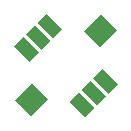
<source format=gtp>
G75*
%MOIN*%
%OFA0B0*%
%FSLAX25Y25*%
%IPPOS*%
%LPD*%
%AMOC8*
5,1,8,0,0,1.08239X$1,22.5*
%
%ADD10R,0.07283X0.04331*%
%ADD11R,0.07480X0.07874*%
D10*
G36*
X0184489Y0028932D02*
X0179341Y0034080D01*
X0182403Y0037142D01*
X0187551Y0031994D01*
X0184489Y0028932D01*
G37*
G36*
X0188387Y0032830D02*
X0183239Y0037978D01*
X0186301Y0041040D01*
X0191449Y0035892D01*
X0188387Y0032830D01*
G37*
G36*
X0192284Y0036727D02*
X0187136Y0041875D01*
X0190198Y0044937D01*
X0195346Y0039789D01*
X0192284Y0036727D01*
G37*
G36*
X0210797Y0018215D02*
X0205649Y0023363D01*
X0208711Y0026425D01*
X0213859Y0021277D01*
X0210797Y0018215D01*
G37*
G36*
X0206899Y0014317D02*
X0201751Y0019465D01*
X0204813Y0022527D01*
X0209961Y0017379D01*
X0206899Y0014317D01*
G37*
G36*
X0203002Y0010420D02*
X0197854Y0015568D01*
X0200916Y0018630D01*
X0206064Y0013482D01*
X0203002Y0010420D01*
G37*
D11*
G36*
X0184964Y0010753D02*
X0179675Y0016042D01*
X0185242Y0021609D01*
X0190531Y0016320D01*
X0184964Y0010753D01*
G37*
G36*
X0207958Y0033748D02*
X0202669Y0039037D01*
X0208236Y0044604D01*
X0213525Y0039315D01*
X0207958Y0033748D01*
G37*
M02*

</source>
